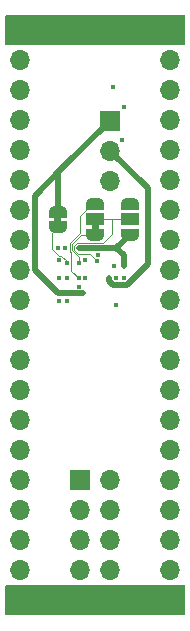
<source format=gbr>
%TF.GenerationSoftware,KiCad,Pcbnew,8.0.1*%
%TF.CreationDate,2024-03-17T23:14:56+11:00*%
%TF.ProjectId,PCAL6534EV-breakout,5043414c-3635-4333-9445-562d62726561,rev?*%
%TF.SameCoordinates,Original*%
%TF.FileFunction,Copper,L6,Bot*%
%TF.FilePolarity,Positive*%
%FSLAX46Y46*%
G04 Gerber Fmt 4.6, Leading zero omitted, Abs format (unit mm)*
G04 Created by KiCad (PCBNEW 8.0.1) date 2024-03-17 23:14:56*
%MOMM*%
%LPD*%
G01*
G04 APERTURE LIST*
G04 Aperture macros list*
%AMFreePoly0*
4,1,19,0.500000,-0.750000,0.000000,-0.750000,0.000000,-0.744911,-0.071157,-0.744911,-0.207708,-0.704816,-0.327430,-0.627875,-0.420627,-0.520320,-0.479746,-0.390866,-0.500000,-0.250000,-0.500000,0.250000,-0.479746,0.390866,-0.420627,0.520320,-0.327430,0.627875,-0.207708,0.704816,-0.071157,0.744911,0.000000,0.744911,0.000000,0.750000,0.500000,0.750000,0.500000,-0.750000,0.500000,-0.750000,
$1*%
%AMFreePoly1*
4,1,19,0.000000,0.744911,0.071157,0.744911,0.207708,0.704816,0.327430,0.627875,0.420627,0.520320,0.479746,0.390866,0.500000,0.250000,0.500000,-0.250000,0.479746,-0.390866,0.420627,-0.520320,0.327430,-0.627875,0.207708,-0.704816,0.071157,-0.744911,0.000000,-0.744911,0.000000,-0.750000,-0.500000,-0.750000,-0.500000,0.750000,0.000000,0.750000,0.000000,0.744911,0.000000,0.744911,
$1*%
%AMFreePoly2*
4,1,19,0.550000,-0.750000,0.000000,-0.750000,0.000000,-0.744911,-0.071157,-0.744911,-0.207708,-0.704816,-0.327430,-0.627875,-0.420627,-0.520320,-0.479746,-0.390866,-0.500000,-0.250000,-0.500000,0.250000,-0.479746,0.390866,-0.420627,0.520320,-0.327430,0.627875,-0.207708,0.704816,-0.071157,0.744911,0.000000,0.744911,0.000000,0.750000,0.550000,0.750000,0.550000,-0.750000,0.550000,-0.750000,
$1*%
%AMFreePoly3*
4,1,19,0.000000,0.744911,0.071157,0.744911,0.207708,0.704816,0.327430,0.627875,0.420627,0.520320,0.479746,0.390866,0.500000,0.250000,0.500000,-0.250000,0.479746,-0.390866,0.420627,-0.520320,0.327430,-0.627875,0.207708,-0.704816,0.071157,-0.744911,0.000000,-0.744911,0.000000,-0.750000,-0.550000,-0.750000,-0.550000,0.750000,0.000000,0.750000,0.000000,0.744911,0.000000,0.744911,
$1*%
G04 Aperture macros list end*
%TA.AperFunction,EtchedComponent*%
%ADD10C,0.000000*%
%TD*%
%TA.AperFunction,ComponentPad*%
%ADD11R,1.700000X1.700000*%
%TD*%
%TA.AperFunction,ComponentPad*%
%ADD12O,1.700000X1.700000*%
%TD*%
%TA.AperFunction,SMDPad,CuDef*%
%ADD13FreePoly0,90.000000*%
%TD*%
%TA.AperFunction,SMDPad,CuDef*%
%ADD14FreePoly1,90.000000*%
%TD*%
%TA.AperFunction,SMDPad,CuDef*%
%ADD15FreePoly2,270.000000*%
%TD*%
%TA.AperFunction,SMDPad,CuDef*%
%ADD16R,1.500000X1.000000*%
%TD*%
%TA.AperFunction,SMDPad,CuDef*%
%ADD17FreePoly3,270.000000*%
%TD*%
%TA.AperFunction,SMDPad,CuDef*%
%ADD18FreePoly2,90.000000*%
%TD*%
%TA.AperFunction,SMDPad,CuDef*%
%ADD19FreePoly3,90.000000*%
%TD*%
%TA.AperFunction,ViaPad*%
%ADD20C,0.450000*%
%TD*%
%TA.AperFunction,ViaPad*%
%ADD21C,0.800000*%
%TD*%
%TA.AperFunction,Conductor*%
%ADD22C,0.500000*%
%TD*%
%TA.AperFunction,Conductor*%
%ADD23C,0.090000*%
%TD*%
G04 APERTURE END LIST*
D10*
%TA.AperFunction,EtchedComponent*%
%TO.C,JP4*%
G36*
X152125000Y-102602000D02*
G01*
X151525000Y-102602000D01*
X151525000Y-102102000D01*
X152125000Y-102102000D01*
X152125000Y-102602000D01*
G37*
%TD.AperFunction*%
%TA.AperFunction,EtchedComponent*%
%TO.C,JP2*%
G36*
X155300000Y-103252000D02*
G01*
X154700000Y-103252000D01*
X154700000Y-102752000D01*
X155300000Y-102752000D01*
X155300000Y-103252000D01*
G37*
%TD.AperFunction*%
%TD*%
D11*
%TO.P,J4,1,Pin_1*%
%TO.N,GND*%
X153725000Y-124450000D03*
D12*
%TO.P,J4,2,Pin_2*%
%TO.N,P2_0*%
X156265000Y-124450000D03*
%TO.P,J4,3,Pin_3*%
%TO.N,P1_6*%
X153725000Y-126990000D03*
%TO.P,J4,4,Pin_4*%
%TO.N,P2_2*%
X156265000Y-126990000D03*
%TO.P,J4,5,Pin_5*%
%TO.N,P1_7*%
X153725000Y-129530000D03*
%TO.P,J4,6,Pin_6*%
%TO.N,P2_1*%
X156265000Y-129530000D03*
%TO.P,J4,7,Pin_7*%
%TO.N,P1_4*%
X153725000Y-132070000D03*
%TO.P,J4,8,Pin_8*%
%TO.N,GND*%
X156265000Y-132070000D03*
%TD*%
D11*
%TO.P,JP1,1,A*%
%TO.N,+3V3*%
X156270000Y-93985000D03*
D12*
%TO.P,JP1,2,C*%
%TO.N,/V_{DD(P)}*%
X156270000Y-96525000D03*
%TO.P,JP1,3,B*%
%TO.N,VIO*%
X156270000Y-99065000D03*
%TD*%
D13*
%TO.P,JP4,1,A*%
%TO.N,Net-(JP4-A)*%
X151825000Y-103002000D03*
D14*
%TO.P,JP4,2,B*%
%TO.N,+3V3*%
X151825000Y-101702000D03*
%TD*%
D15*
%TO.P,JP3,1,A*%
%TO.N,GND*%
X157921000Y-101052000D03*
D16*
%TO.P,JP3,2,C*%
%TO.N,/ADDR*%
X157921000Y-102352000D03*
D17*
%TO.P,JP3,3,B*%
%TO.N,+3V3*%
X157921000Y-103652000D03*
%TD*%
D11*
%TO.P,J3,1,Pin_1*%
%TO.N,GND*%
X161350000Y-86350000D03*
D12*
%TO.P,J3,2,Pin_2*%
%TO.N,+3V3*%
X161350000Y-88890000D03*
%TO.P,J3,3,Pin_3*%
%TO.N,VIO*%
X161350000Y-91430000D03*
%TO.P,J3,4,Pin_4*%
%TO.N,GND*%
X161350000Y-93970000D03*
%TO.P,J3,5,Pin_5*%
%TO.N,/~{RESET}*%
X161350000Y-96510000D03*
%TO.P,J3,6,Pin_6*%
%TO.N,GND*%
X161350000Y-99050000D03*
%TO.P,J3,7,Pin_7*%
%TO.N,P4_1*%
X161350000Y-101590000D03*
%TO.P,J3,8,Pin_8*%
%TO.N,P4_0*%
X161350000Y-104130000D03*
%TO.P,J3,9,Pin_9*%
%TO.N,P3_7*%
X161350000Y-106670000D03*
%TO.P,J3,10,Pin_10*%
%TO.N,P3_6*%
X161350000Y-109210000D03*
%TO.P,J3,11,Pin_11*%
%TO.N,P3_5*%
X161350000Y-111750000D03*
%TO.P,J3,12,Pin_12*%
%TO.N,P3_3*%
X161350000Y-114290000D03*
%TO.P,J3,13,Pin_13*%
%TO.N,P3_2*%
X161350000Y-116830000D03*
%TO.P,J3,14,Pin_14*%
%TO.N,P3_0*%
X161350000Y-119370000D03*
%TO.P,J3,15,Pin_15*%
%TO.N,P2_7*%
X161350000Y-121910000D03*
%TO.P,J3,16,Pin_16*%
%TO.N,P2_5*%
X161350000Y-124450000D03*
%TO.P,J3,17,Pin_17*%
%TO.N,P2_6*%
X161350000Y-126990000D03*
%TO.P,J3,18,Pin_18*%
%TO.N,P2_4*%
X161350000Y-129530000D03*
%TO.P,J3,19,Pin_19*%
%TO.N,P2_3*%
X161350000Y-132070000D03*
%TO.P,J3,20,Pin_20*%
%TO.N,GND*%
X161350000Y-134610000D03*
%TD*%
D11*
%TO.P,J2,1,Pin_1*%
%TO.N,GND*%
X148650000Y-86350000D03*
D12*
%TO.P,J2,2,Pin_2*%
%TO.N,/SCL*%
X148650000Y-88890000D03*
%TO.P,J2,3,Pin_3*%
%TO.N,/SDA*%
X148650000Y-91430000D03*
%TO.P,J2,4,Pin_4*%
%TO.N,GND*%
X148650000Y-93970000D03*
%TO.P,J2,5,Pin_5*%
%TO.N,/~{INT}*%
X148650000Y-96510000D03*
%TO.P,J2,6,Pin_6*%
%TO.N,GND*%
X148650000Y-99050000D03*
%TO.P,J2,7,Pin_7*%
%TO.N,P3_4*%
X148650000Y-101590000D03*
%TO.P,J2,8,Pin_8*%
%TO.N,P0_2*%
X148650000Y-104130000D03*
%TO.P,J2,9,Pin_9*%
%TO.N,P0_1*%
X148650000Y-106670000D03*
%TO.P,J2,10,Pin_10*%
%TO.N,P0_5*%
X148650000Y-109210000D03*
%TO.P,J2,11,Pin_11*%
%TO.N,P0_0*%
X148650000Y-111750000D03*
%TO.P,J2,12,Pin_12*%
%TO.N,P0_4*%
X148650000Y-114290000D03*
%TO.P,J2,13,Pin_13*%
%TO.N,P0_3*%
X148650000Y-116830000D03*
%TO.P,J2,14,Pin_14*%
%TO.N,P0_7*%
X148650000Y-119370000D03*
%TO.P,J2,15,Pin_15*%
%TO.N,P0_6*%
X148650000Y-121910000D03*
%TO.P,J2,16,Pin_16*%
%TO.N,P1_2*%
X148650000Y-124450000D03*
%TO.P,J2,17,Pin_17*%
%TO.N,P1_1*%
X148650000Y-126990000D03*
%TO.P,J2,18,Pin_18*%
%TO.N,P1_5*%
X148650000Y-129530000D03*
%TO.P,J2,19,Pin_19*%
%TO.N,P1_3*%
X148650000Y-132070000D03*
%TO.P,J2,20,Pin_20*%
%TO.N,GND*%
X148650000Y-134610000D03*
%TD*%
D18*
%TO.P,JP2,1,A*%
%TO.N,/SCL*%
X155000000Y-103652000D03*
D16*
%TO.P,JP2,2,C*%
%TO.N,/ADDR*%
X155000000Y-102352000D03*
D19*
%TO.P,JP2,3,B*%
%TO.N,/SDA*%
X155000000Y-101052000D03*
%TD*%
D20*
%TO.N,GND*%
X151825000Y-104765000D03*
D21*
X156270000Y-133975000D03*
D20*
X154185414Y-105783148D03*
X157921002Y-101052000D03*
D21*
X155000000Y-133848000D03*
D20*
X151952000Y-109231000D03*
D21*
X153730000Y-133975000D03*
D20*
X154190000Y-107305000D03*
X157286000Y-95621000D03*
D21*
X153095000Y-134610000D03*
X154365000Y-134610000D03*
X156905000Y-134610000D03*
D20*
X156777996Y-109605002D03*
X155206978Y-105330000D03*
X151952000Y-105781000D03*
X153603000Y-108035000D03*
X156500030Y-91152030D03*
D21*
X155635000Y-134610000D03*
D20*
X156641962Y-106316994D03*
X157413000Y-92827000D03*
D21*
X152460000Y-133975000D03*
D20*
X156778000Y-107305000D03*
D21*
X157540000Y-133975000D03*
D20*
X151952000Y-107305000D03*
%TO.N,+3V3*%
X154000000Y-108600000D03*
X157413000Y-106289000D03*
X153607000Y-104765000D03*
%TO.N,/SDA*%
X153603000Y-107305000D03*
%TO.N,/SCL*%
X153602998Y-106035000D03*
%TO.N,/V_{DD(P)}*%
X156143000Y-107305000D03*
%TO.N,Net-(JP4-A)*%
X152587000Y-107305000D03*
X152585883Y-106036117D03*
%TO.N,/ADDR*%
X155200000Y-105908000D03*
%TO.N,/~{RESET}*%
X157413000Y-107305000D03*
%TO.N,/~{INT}*%
X152587231Y-109231000D03*
X152481000Y-104765000D03*
%TD*%
D22*
%TO.N,+3V3*%
X151850000Y-108600000D02*
X154000000Y-108600000D01*
X157413000Y-106289000D02*
X157413000Y-105370000D01*
X149920000Y-106670000D02*
X151850000Y-108600000D01*
X152150000Y-98105000D02*
X149920000Y-100335000D01*
X156808000Y-104765000D02*
X155889000Y-104765000D01*
X149920000Y-100335000D02*
X149920000Y-106670000D01*
X151825000Y-98430000D02*
X152150000Y-98105000D01*
X155889000Y-104765000D02*
X155762000Y-104765000D01*
X157413000Y-105370000D02*
X156808000Y-104765000D01*
X157921000Y-103652000D02*
X156808000Y-104765000D01*
X151825000Y-101702000D02*
X151825000Y-98430000D01*
X156270000Y-93985000D02*
X152150000Y-98105000D01*
X155762000Y-104765000D02*
X153607000Y-104765000D01*
D23*
%TO.N,/SDA*%
X152841000Y-105052588D02*
X152841001Y-104383441D01*
X152841001Y-104383441D02*
X153752441Y-103472001D01*
X152989002Y-105200590D02*
X152841000Y-105052588D01*
X153603000Y-107305000D02*
X152989002Y-106691002D01*
X153752441Y-103472001D02*
X153752441Y-102079559D01*
X152989002Y-106691002D02*
X152989002Y-105200590D01*
X153752441Y-102079559D02*
X154780000Y-101052000D01*
%TO.N,/SCL*%
X153602998Y-105560028D02*
X153602998Y-106035000D01*
X153827000Y-103652000D02*
X153021000Y-104458000D01*
X153021000Y-104978030D02*
X153602998Y-105560028D01*
X153021000Y-104458000D02*
X153021000Y-104978030D01*
X155000000Y-103652000D02*
X153827000Y-103652000D01*
D22*
%TO.N,/V_{DD(P)}*%
X159445000Y-99700000D02*
X159445000Y-106162000D01*
X156270000Y-96525000D02*
X159445000Y-99700000D01*
X156143000Y-107559000D02*
X156143000Y-107305000D01*
X156524000Y-107940000D02*
X156143000Y-107559000D01*
X159445000Y-106162000D02*
X157667000Y-107940000D01*
X157667000Y-107940000D02*
X156524000Y-107940000D01*
D23*
%TO.N,Net-(JP4-A)*%
X152585883Y-106036117D02*
X152585883Y-105905766D01*
X151365504Y-103461496D02*
X151825000Y-103002000D01*
X151970766Y-105421000D02*
X151365504Y-104815738D01*
X152585883Y-105905766D02*
X152101117Y-105421000D01*
X152101117Y-105421000D02*
X151970766Y-105421000D01*
X151365504Y-104815738D02*
X151365504Y-103461496D01*
%TO.N,/ADDR*%
X153570528Y-105273000D02*
X154565000Y-105273000D01*
X156397000Y-103622000D02*
X155641012Y-104377988D01*
X154565000Y-105273000D02*
X155200000Y-105908000D01*
X153222000Y-104924472D02*
X153570528Y-105273000D01*
X156397000Y-102352000D02*
X156397000Y-103622000D01*
X153222000Y-104603516D02*
X153222000Y-104924472D01*
X155641012Y-104377988D02*
X153447528Y-104377988D01*
X155381000Y-102352000D02*
X157921000Y-102352000D01*
X153447528Y-104377988D02*
X153222000Y-104603516D01*
%TD*%
%TA.AperFunction,Conductor*%
%TO.N,GND*%
G36*
X162607113Y-133352887D02*
G01*
X162620000Y-133384000D01*
X162620000Y-135836000D01*
X162607113Y-135867113D01*
X162576000Y-135880000D01*
X147424000Y-135880000D01*
X147392887Y-135867113D01*
X147380000Y-135836000D01*
X147380000Y-133384000D01*
X147392887Y-133352887D01*
X147424000Y-133340000D01*
X162576000Y-133340000D01*
X162607113Y-133352887D01*
G37*
%TD.AperFunction*%
%TD*%
%TA.AperFunction,Conductor*%
%TO.N,GND*%
G36*
X162607113Y-85092887D02*
G01*
X162620000Y-85124000D01*
X162620000Y-87576000D01*
X162607113Y-87607113D01*
X162576000Y-87620000D01*
X147424000Y-87620000D01*
X147392887Y-87607113D01*
X147380000Y-87576000D01*
X147380000Y-85124000D01*
X147392887Y-85092887D01*
X147424000Y-85080000D01*
X162576000Y-85080000D01*
X162607113Y-85092887D01*
G37*
%TD.AperFunction*%
%TD*%
M02*

</source>
